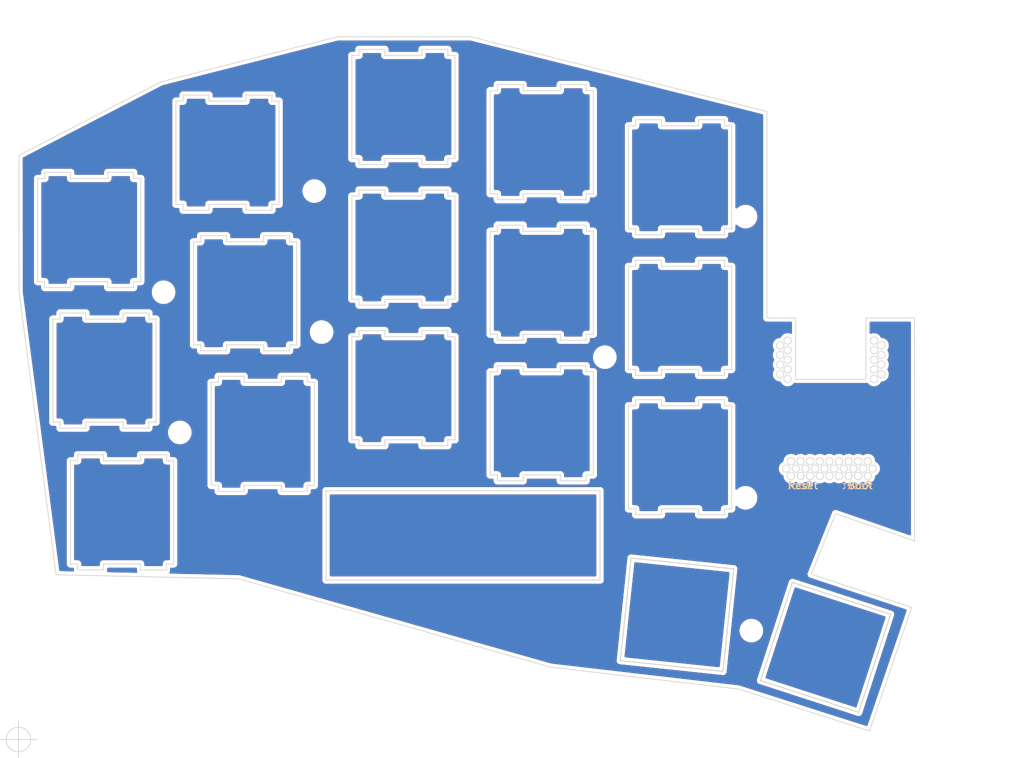
<source format=kicad_pcb>
(kicad_pcb (version 20211014) (generator pcbnew)
  (layers (0 "F.Cu" signal) (31 "B.Cu" signal) (34 "B.Paste" user) (35 "F.Paste" user) (36 "B.SilkS" user "B.Silkscreen") (37 "F.SilkS" user "F.Silkscreen") (38 "B.Mask" user) (39 "F.Mask" user) (44 "Edge.Cuts" user))
  (net 0 "")
  (footprint "MountingHole:MountingHole_2.2mm_M2" (layer "F.Cu") (at 189.2 117.25)
    (fp_text reference "REF**" hide)
    (fp_text value "MountingHole_2.2mm_M2")
    (pad "" np_thru_hole circle (at 0 0) (size 2.2 2.2) (drill 2.2) (layers *.Cu *.Mask))
  )
  (footprint "MountingHole:MountingHole_2.2mm_M2" (layer "F.Cu") (at 189.2 79.15)
    (fp_text reference "REF**" hide)
    (fp_text value "MountingHole_2.2mm_M2")
    (pad "" np_thru_hole circle (at 0 0) (size 2.2 2.2) (drill 2.2) (layers *.Cu *.Mask))
  )
  (footprint "MountingHole:MountingHole_2.2mm_M2" (layer "F.Cu") (at 112.6 108.4)
    (fp_text reference "REF**" hide)
    (fp_text value "MountingHole_2.2mm_M2")
    (pad "" np_thru_hole circle (at 0 0) (size 2.2 2.2) (drill 2.2) (layers *.Cu *.Mask))
  )
  (footprint "MountingHole:MountingHole_2.2mm_M2" (layer "F.Cu") (at 130.81 75.692)
    (fp_text reference "REF**" hide)
    (fp_text value "MountingHole_2.2mm_M2")
    (pad "" np_thru_hole circle (at 0 0) (size 2.2 2.2) (drill 2.2) (layers *.Cu *.Mask))
  )
  (footprint "MountingHole:MountingHole_2.2mm_M2" (layer "F.Cu") (at 110.4 89.4)
    (fp_text reference "REF**" hide)
    (fp_text value "MountingHole_2.2mm_M2")
    (pad "" np_thru_hole circle (at 0 0) (size 2.2 2.2) (drill 2.2) (layers *.Cu *.Mask))
  )
  (footprint "MountingHole:MountingHole_2.2mm_M2" (layer "F.Cu") (at 170.15 98.2)
    (fp_text reference "REF**" hide)
    (fp_text value "MountingHole_2.2mm_M2")
    (pad "" np_thru_hole circle (at 0 0) (size 2.2 2.2) (drill 2.2) (layers *.Cu *.Mask))
  )
  (footprint "MountingHole:MountingHole_2.2mm_M2" (layer "F.Cu") (at 189.992 135.25)
    (fp_text reference "REF**" hide)
    (fp_text value "MountingHole_2.2mm_M2")
    (pad "" np_thru_hole circle (at 0 0) (size 2.2 2.2) (drill 2.2) (layers *.Cu *.Mask))
  )
  (footprint "MountingHole:MountingHole_2.2mm_M2" (layer "F.Cu") (at 131.8 94.8)
    (fp_text reference "REF**" hide)
    (fp_text value "MountingHole_2.2mm_M2")
    (pad "" np_thru_hole circle (at 0 0) (size 2.2 2.2) (drill 2.2) (layers *.Cu *.Mask))
  )
  (gr_line (start 136.859343 75.545777) (end 136.859343 76.368983) (layer "Edge.Cuts") (width 0.1))
  (gr_line (start 164.121043 114.954223) (end 167.621088 114.954223) (layer "Edge.Cuts") (width 0.1))
  (gr_line (start 145.388543 90.339189) (end 145.388543 90.339189) (layer "Edge.Cuts") (width 0.1))
  (gr_line (start 149.860102 57.318983) (end 148.888585 57.318983) (layer "Edge.Cuts") (width 0.1))
  (gr_line (start 167.621088 114.954223) (end 167.621088 114.151689) (layer "Edge.Cuts") (width 0.1))
  (gr_circle (center 206.6 101.15) (end 206.1 101.15) (layer "Edge.Cuts") (width 0.1) (fill none))
  (gr_line (start 136.859343 56.495777) (end 136.859343 57.318983) (layer "Edge.Cuts") (width 0.1))
  (gr_line (start 99.878139 93.037733) (end 99.878139 93.037733) (layer "Edge.Cuts") (width 0.1))
  (gr_line (start 186.353588 81.616723) (end 186.353588 80.814189) (layer "Edge.Cuts") (width 0.1))
  (gr_line (start 94.314347 87.957939) (end 94.314347 87.957939) (layer "Edge.Cuts") (width 0.1))
  (gr_line (start 97.789895 112.246483) (end 97.789895 112.246483) (layer "Edge.Cuts") (width 0.1))
  (gr_line (start 140.359393 91.141723) (end 140.359393 91.141723) (layer "Edge.Cuts") (width 0.1))
  (gr_line (start 145.388539 57.318983) (end 140.359389 57.318983) (layer "Edge.Cuts") (width 0.1))
  (gr_line (start 182.853543 81.616723) (end 182.853543 81.616723) (layer "Edge.Cuts") (width 0.1))
  (gr_line (start 116.546889 62.687027) (end 116.546889 62.687027) (layer "Edge.Cuts") (width 0.1))
  (gr_line (start 148.888588 109.389189) (end 148.888588 109.389189) (layer "Edge.Cuts") (width 0.1))
  (gr_circle (center 206.4 113.3) (end 206.9 113.3) (layer "Edge.Cuts") (width 0.1) (fill none))
  (gr_line (start 98.759347 126.216689) (end 98.759347 127.019223) (layer "Edge.Cuts") (width 0.1))
  (gr_line (start 167.621085 80.308277) (end 167.621085 80.308277) (layer "Edge.Cuts") (width 0.1))
  (gr_line (start 155.591843 99.358277) (end 155.591843 99.358277) (layer "Edge.Cuts") (width 0.1))
  (gr_line (start 164.121043 76.854223) (end 164.121043 76.854223) (layer "Edge.Cuts") (width 0.1))
  (gr_line (start 140.359393 110.191723) (end 140.359393 110.191723) (layer "Edge.Cuts") (width 0.1))
  (gr_line (start 136.859347 110.191723) (end 140.359393 110.191723) (layer "Edge.Cuts") (width 0.1))
  (gr_line (start 93.344895 87.957939) (end 94.314347 87.957939) (layer "Edge.Cuts") (width 0.1))
  (gr_line (start 186.353588 118.755439) (end 186.353588 118.755439) (layer "Edge.Cuts") (width 0.1))
  (gr_line (start 128.428852 82.560233) (end 127.457335 82.560233) (layer "Edge.Cuts") (width 0.1))
  (gr_line (start 168.592606 76.051689) (end 168.592606 76.051689) (layer "Edge.Cuts") (width 0.1))
  (gr_line (start 187.325106 80.814189) (end 187.325106 80.814189) (layer "Edge.Cuts") (width 0.1))
  (gr_line (start 173.354895 80.814189) (end 174.324347 80.814189) (layer "Edge.Cuts") (width 0.1))
  (gr_line (start 159.091893 114.151689) (end 164.121043 114.151689) (layer "Edge.Cuts") (width 0.1))
  (gr_line (start 159.091893 76.854223) (end 159.091893 76.854223) (layer "Edge.Cuts") (width 0.1))
  (gr_line (start 155.591843 62.081483) (end 154.622395 62.081483) (layer "Edge.Cuts") (width 0.1))
  (gr_line (start 159.091893 114.151689) (end 159.091893 114.151689) (layer "Edge.Cuts") (width 0.1))
  (gr_line (start 167.621085 81.131483) (end 167.621085 81.131483) (layer "Edge.Cuts") (width 0.1))
  (gr_line (start 97.814389 73.987733) (end 97.814389 73.987733) (layer "Edge.Cuts") (width 0.1))
  (gr_line (start 164.121039 62.081483) (end 159.091889 62.081483) (layer "Edge.Cuts") (width 0.1))
  (gr_line (start 95.408645 93.037733) (end 95.408645 107.007939) (layer "Edge.Cuts") (width 0.1))
  (gr_line (start 117.809347 116.382973) (end 121.309393 116.382973) (layer "Edge.Cuts") (width 0.1))
  (gr_line (start 148.888585 94.595777) (end 148.888585 94.595777) (layer "Edge.Cuts") (width 0.1))
  (gr_line (start 164.121039 99.358277) (end 164.121039 100.181483) (layer "Edge.Cuts") (width 0.1))
  (gr_line (start 96.378097 107.007939) (end 96.378097 107.007939) (layer "Edge.Cuts") (width 0.1))
  (gr_line (start 127.457338 96.530439) (end 127.457338 96.530439) (layer "Edge.Cuts") (width 0.1))
  (gr_line (start 148.888585 57.318983) (end 148.888585 56.495777) (layer "Edge.Cuts") (width 0.1))
  (gr_line (start 159.091893 95.101689) (end 159.091893 95.101689) (layer "Edge.Cuts") (width 0.1))
  (gr_line (start 126.047606 77.480439) (end 126.047606 77.480439) (layer "Edge.Cuts") (width 0.1))
  (gr_line (start 182.853543 99.864189) (end 182.853543 99.864189) (layer "Edge.Cuts") (width 0.1))
  (gr_line (start 148.888585 95.418983) (end 148.888585 94.595777) (layer "Edge.Cuts") (width 0.1))
  (gr_line (start 99.878139 92.214527) (end 99.878139 92.214527) (layer "Edge.Cuts") (width 0.1))
  (gr_line (start 182.853539 66.843983) (end 177.824389 66.843983) (layer "Edge.Cuts") (width 0.1))
  (gr_line (start 102.259393 126.216689) (end 107.288543 126.216689) (layer "Edge.Cuts") (width 0.1))
  (gr_line (start 106.343585 73.164527) (end 106.343585 73.164527) (layer "Edge.Cuts") (width 0.1))
  (gr_line (start 182.853543 100.666723) (end 182.853543 100.666723) (layer "Edge.Cuts") (width 0.1))
  (gr_circle (center 207.6 96.6) (end 207.1 96.6) (layer "Edge.Cuts") (width 0.1) (fill none))
  (gr_line (start 177.824393 81.616723) (end 177.824393 80.814189) (layer "Edge.Cuts") (width 0.1))
  (gr_line (start 168.592602 100.181483) (end 167.621085 100.181483) (layer "Edge.Cuts") (width 0.1))
  (gr_line (start 116.546889 63.510233) (end 116.546889 63.510233) (layer "Edge.Cuts") (width 0.1))
  (gr_line (start 94.314343 73.164527) (end 94.314343 73.164527) (layer "Edge.Cuts") (width 0.1))
  (gr_line (start 108.407338 107.007939) (end 108.407338 107.007939) (layer "Edge.Cuts") (width 0.1))
  (gr_line (start 136.859347 71.289189) (end 136.859347 71.289189) (layer "Edge.Cuts") (width 0.1))
  (gr_line (start 148.888585 57.318983) (end 148.888585 57.318983) (layer "Edge.Cuts") (width 0.1))
  (gr_line (start 149.860106 71.289189) (end 149.860102 57.318983) (layer "Edge.Cuts") (width 0.1))
  (gr_line (start 174.324347 119.557973) (end 174.324347 119.557973) (layer "Edge.Cuts") (width 0.1))
  (gr_line (start 186.353585 103.962027) (end 182.853539 103.962027) (layer "Edge.Cuts") (width 0.1))
  (gr_circle (center 194.9 99.85) (end 195.4 99.85) (layer "Edge.Cuts") (width 0.1) (fill none))
  (gr_line (start 104.907289 93.037733) (end 104.907289 93.037733) (layer "Edge.Cuts") (width 0.1))
  (gr_line (start 121.576039 62.687027) (end 121.576039 62.687027) (layer "Edge.Cuts") (width 0.1))
  (gr_line (start 155.591847 76.854223) (end 155.591847 76.854223) (layer "Edge.Cuts") (width 0.1))
  (gr_line (start 186.353585 104.785233) (end 186.353585 103.962027) (layer "Edge.Cuts") (width 0.1))
  (gr_line (start 186.353585 85.070777) (end 182.853539 85.070777) (layer "Edge.Cuts") (width 0.1))
  (gr_line (start 108.407335 93.037733) (end 108.407335 93.037733) (layer "Edge.Cuts") (width 0.1))
  (gr_line (start 155.591847 114.151689) (end 155.591847 114.151689) (layer "Edge.Cuts") (width 0.1))
  (gr_line (start 97.814393 88.760473) (end 97.814393 88.760473) (layer "Edge.Cuts") (width 0.1))
  (gr_line (start 104.907289 92.214527) (end 104.907289 93.037733) (layer "Edge.Cuts") (width 0.1))
  (gr_line (start 102.843539 73.164527) (end 102.843539 73.164527) (layer "Edge.Cuts") (width 0.1))
  (gr_line (start 112.077395 63.510233) (end 112.077395 77.480439) (layer "Edge.Cuts") (width 0.1))
  (gr_line (start 97.789895 112.246483) (end 97.789895 126.216689) (layer "Edge.Cuts") (width 0.1))
  (gr_line (start 186.353588 80.814189) (end 186.353588 80.814189) (layer "Edge.Cuts") (width 0.1))
  (gr_line (start 186.353588 119.557973) (end 186.353588 119.557973) (layer "Edge.Cuts") (width 0.1))
  (gr_line (start 113.046843 63.510233) (end 112.077395 63.510233) (layer "Edge.Cuts") (width 0.1))
  (gr_line (start 145.388539 94.595777) (end 145.388539 95.418983) (layer "Edge.Cuts") (width 0.1))
  (gr_line (start 173.354895 99.864189) (end 174.324347 99.864189) (layer "Edge.Cuts") (width 0.1))
  (gr_line (start 167.621085 81.131483) (end 167.621085 80.308277) (layer "Edge.Cuts") (width 0.1))
  (gr_line (start 145.388539 57.318983) (end 145.388539 57.318983) (layer "Edge.Cuts") (width 0.1))
  (gr_line (start 125.076085 62.687027) (end 125.076085 62.687027) (layer "Edge.Cuts") (width 0.1))
  (gr_line (start 174.324343 66.843983) (end 174.324343 66.843983) (layer "Edge.Cuts") (width 0.1))
  (gr_line (start 99.878143 107.007939) (end 99.878143 107.007939) (layer "Edge.Cuts") (width 0.1))
  (gr_line (start 132.4 128.4) (end 169.5 128.4) (layer "Edge.Cuts") (width 0.1))
  (gr_line (start 136.859343 76.368983) (end 135.889895 76.368983) (layer "Edge.Cuts") (width 0.1))
  (gr_line (start 167.621085 99.358277) (end 167.621085 99.358277) (layer "Edge.Cuts") (width 0.1))
  (gr_line (start 135.889895 109.389189) (end 135.889895 109.389189) (layer "Edge.Cuts") (width 0.1))
  (gr_line (start 136.859347 91.141723) (end 140.359393 91.141723) (layer "Edge.Cuts") (width 0.1))
  (gr_line (start 177.824393 99.864189) (end 182.853543 99.864189) (layer "Edge.Cuts") (width 0.1))
  (gr_line (start 110.788585 111.423277) (end 107.288539 111.423277) (layer "Edge.Cuts") (width 0.1))
  (gr_line (start 154.622395 95.101689) (end 154.622395 95.101689) (layer "Edge.Cuts") (width 0.1))
  (gr_line (start 93.344895 73.987733) (end 93.344895 73.987733) (layer "Edge.Cuts") (width 0.1))
  (gr_line (start 140.359393 72.091723) (end 140.359393 71.289189) (layer "Edge.Cuts") (width 0.1))
  (gr_line (start 168.592606 95.101689) (end 168.592602 81.131483) (layer "Edge.Cuts") (width 0.1))
  (gr_line (start 118.928139 82.560233) (end 118.928139 81.737027) (layer "Edge.Cuts") (width 0.1))
  (gr_line (start 164.121039 61.258277) (end 164.121039 61.258277) (layer "Edge.Cuts") (width 0.1))
  (gr_line (start 168.592602 81.131483) (end 167.621085 81.131483) (layer "Edge.Cuts") (width 0.1))
  (gr_line (start 164.121039 100.181483) (end 159.091889 100.181483) (layer "Edge.Cuts") (width 0.1))
  (gr_line (start 159.091889 61.258277) (end 159.091889 61.258277) (layer "Edge.Cuts") (width 0.1))
  (gr_line (start 102.843543 87.957939) (end 102.843543 88.760473) (layer "Edge.Cuts") (width 0.1))
  (gr_line (start 148.888588 71.289189) (end 148.888588 71.289189) (layer "Edge.Cuts") (width 0.1))
  (gr_line (start 140.359389 56.495777) (end 136.859343 56.495777) (layer "Edge.Cuts") (width 0.1))
  (gr_line (start 177.824393 100.666723) (end 177.824393 99.864189) (layer "Edge.Cuts") (width 0.1))
  (gr_line (start 140.359389 56.495777) (end 140.359389 56.495777) (layer "Edge.Cuts") (width 0.1))
  (gr_line (start 107.288543 127.019223) (end 110.788588 127.019223) (layer "Edge.Cuts") (width 0.1))
  (gr_line (start 145.388543 90.339189) (end 145.388543 91.141723) (layer "Edge.Cuts") (width 0.1))
  (gr_line (start 154.622395 62.081483) (end 154.622395 76.051689) (layer "Edge.Cuts") (width 0.1))
  (gr_line (start 182.853543 118.755439) (end 182.853543 118.755439) (layer "Edge.Cuts") (width 0.1))
  (gr_line (start 102.259393 127.019223) (end 102.259393 127.019223) (layer "Edge.Cuts") (width 0.1))
  (gr_line (start 164.121043 114.151689) (end 164.121043 114.151689) (layer "Edge.Cuts") (width 0.1))
  (gr_line (start 97.789895 126.216689) (end 98.759347 126.216689) (layer "Edge.Cuts") (width 0.1))
  (gr_circle (center 198.6 113.3) (end 199.1 113.3) (layer "Edge.Cuts") (width 0.1) (fill none))
  (gr_line (start 140.359393 71.289189) (end 140.359393 71.289189) (layer "Edge.Cuts") (width 0.1))
  (gr_line (start 186.353585 85.893983) (end 186.353585 85.893983) (layer "Edge.Cuts") (width 0.1))
  (gr_line (start 148.888588 91.141723) (end 148.888588 91.141723) (layer "Edge.Cuts") (width 0.1))
  (gr_line (start 177.824389 85.070777) (end 177.824389 85.070777) (layer "Edge.Cuts") (width 0.1))
  (gr_circle (center 196.65 112.3) (end 197.15 112.3) (layer "Edge.Cuts") (width 0.1) (fill none))
  (gr_line (start 164.121039 61.258277) (end 164.121039 62.081483) (layer "Edge.Cuts") (width 0.1))
  (gr_line (start 155.591843 99.358277) (end 155.591843 100.181483) (layer "Edge.Cuts") (width 0.1))
  (gr_line (start 167.621088 114.954223) (end 167.621088 114.954223) (layer "Edge.Cuts") (width 0.1))
  (gr_line (start 186.353588 100.666723) (end 186.353588 99.864189) (layer "Edge.Cuts") (width 0.1))
  (gr_line (start 140.359393 109.389189) (end 145.388543 109.389189) (layer "Edge.Cuts") (width 0.1))
  (gr_line (start 129.838585 101.610233) (end 129.838585 101.610233) (layer "Edge.Cuts") (width 0.1))
  (gr_line (start 140.359389 94.595777) (end 136.859343 94.595777) (layer "Edge.Cuts") (width 0.1))
  (gr_line (start 186.353585 66.020777) (end 182.853539 66.020777) (layer "Edge.Cuts") (width 0.1))
  (gr_line (start 149.860102 95.418983) (end 148.888585 95.418983) (layer "Edge.Cuts") (width 0.1))
  (gr_line (start 155.591847 114.954223) (end 155.591847 114.954223) (layer "Edge.Cuts") (width 0.1))
  (gr_line (start 140.359393 109.389189) (end 140.359393 109.389189) (layer "Edge.Cuts") (width 0.1))
  (gr_line (start 145.388543 71.289189) (end 145.388543 72.091723) (layer "Edge.Cuts") (width 0.1))
  (gr_line (start 154.622395 76.051689) (end 154.622395 76.051689) (layer "Edge.Cuts") (width 0.1))
  (gr_line (start 177.824389 66.020777) (end 174.324343 66.020777) (layer "Edge.Cuts") (width 0.1))
  (gr_line (start 145.388539 94.595777) (end 145.388539 94.595777) (layer "Edge.Cuts") (width 0.1))
  (gr_line (start 130.810102 101.610233) (end 129.838585 101.610233) (layer "Edge.Cuts") (width 0.1))
  (gr_line (start 167.621085 62.081483) (end 167.621085 62.081483) (layer "Edge.Cuts") (width 0.1))
  (gr_line (start 167.621088 95.101689) (end 168.592606 95.101689) (layer "Edge.Cuts") (width 0.1))
  (gr_circle (center 199.25 114.3) (end 199.75 114.3) (layer "Edge.Cuts") (width 0.1) (fill none))
  (gr_line (start 186.353585 85.893983) (end 186.353585 85.070777) (layer "Edge.Cuts") (width 0.1))
  (gr_line (start 97.814393 87.957939) (end 97.814393 87.957939) (layer "Edge.Cuts") (width 0.1))
  (gr_line (start 167.621088 95.904223) (end 167.621088 95.101689) (layer "Edge.Cuts") (width 0.1))
  (gr_line (start 107.288539 111.423277) (end 107.288539 112.246483) (layer "Edge.Cuts") (width 0.1))
  (gr_line (start 109.378852 93.037733) (end 108.407335 93.037733) (layer "Edge.Cuts") (width 0.1))
  (gr_line (start 174.324343 103.962027) (end 174.324343 103.962027) (layer "Edge.Cuts") (width 0.1))
  (gr_line (start 94.314343 73.987733) (end 94.314343 73.987733) (layer "Edge.Cuts") (width 0.1))
  (gr_line (start 164.121043 76.854223) (end 167.621088 76.854223) (layer "Edge.Cuts") (width 0.1))
  (gr_line (start 106.343588 88.760473) (end 106.343588 87.957939) (layer "Edge.Cuts") (width 0.1))
  (gr_line (start 145.388539 56.495777) (end 145.388539 57.318983) (layer "Edge.Cuts") (width 0.1))
  (gr_line (start 186.353588 99.864189) (end 187.325106 99.864189) (layer "Edge.Cuts") (width 0.1))
  (gr_line (start 115.428097 97.332973) (end 118.928143 97.332973) (layer "Edge.Cuts") (width 0.1))
  (gr_line (start 102.259389 111.423277) (end 98.759343 111.423277) (layer "Edge.Cuts") (width 0.1))
  (gr_line (start 182.853543 119.557973) (end 186.353588 119.557973) (layer "Edge.Cuts") (width 0.1))
  (gr_line (start 126.338539 101.610233) (end 121.309389 101.610233) (layer "Edge.Cuts") (width 0.1))
  (gr_circle (center 206.6 98.55) (end 206.1 98.55) (layer "Edge.Cuts") (width 0.1) (fill none))
  (gr_circle (center 205.75 112.3) (end 206.25 112.3) (layer "Edge.Cuts") (width 0.1) (fill none))
  (gr_line (start 148.888588 72.091723) (end 148.888588 71.289189) (layer "Edge.Cuts") (width 0.1))
  (gr_line (start 154.622395 81.131483) (end 154.622395 81.131483) (layer "Edge.Cuts") (width 0.1))
  (gr_line (start 99.878143 107.810473) (end 99.878143 107.007939) (layer "Edge.Cuts") (width 0.1))
  (gr_line (start 93.344895 87.957939) (end 93.344895 87.957939) (layer "Edge.Cuts") (width 0.1))
  (gr_line (start 135.889895 109.389189) (end 136.859347 109.389189) (layer "Edge.Cuts") (width 0.1))
  (gr_line (start 98.759343 112.246483) (end 98.759343 112.246483) (layer "Edge.Cuts") (width 0.1))
  (gr_line (start 182.853539 85.070777) (end 182.853539 85.070777) (layer "Edge.Cuts") (width 0.1))
  (gr_line (start 129.838585 101.610233) (end 129.838585 100.787027) (layer "Edge.Cuts") (width 0.1))
  (gr_line (start 117.809343 100.787027) (end 117.809343 100.787027) (layer "Edge.Cuts") (width 0.1))
  (gr_line (start 174.324347 80.814189) (end 174.324347 80.814189) (layer "Edge.Cuts") (width 0.1))
  (gr_line (start 118.928143 96.530439) (end 123.957293 96.530439) (layer "Edge.Cuts") (width 0.1))
  (gr_line (start 104.907293 107.810473) (end 104.907293 107.810473) (layer "Edge.Cuts") (width 0.1))
  (gr_circle (center 193.9 97.9) (end 194.4 97.9) (layer "Edge.Cuts") (width 0.1) (fill none))
  (gr_line (start 107.288539 112.246483) (end 102.259389 112.246483) (layer "Edge.Cuts") (width 0.1))
  (gr_line (start 129.838585 100.787027) (end 129.838585 100.787027) (layer "Edge.Cuts") (width 0.1))
  (gr_line (start 191.237451 142.007175) (end 195.553675 128.723203) (layer "Edge.Cuts") (width 0.132406))
  (gr_line (start 110.788585 112.246483) (end 110.788585 112.246483) (layer "Edge.Cuts") (width 0.1))
  (gr_circle (center 193.9 96.6) (end 194.4 96.6) (layer "Edge.Cuts") (width 0.1) (fill none))
  (gr_line (start 121.576043 78.282973) (end 125.076088 78.282973) (layer "Edge.Cuts") (width 0.1))
  (gr_line (start 112.077395 77.480439) (end 112.077395 77.480439) (layer "Edge.Cuts") (width 0.1))
  (gr_line (start 145.388539 75.545777) (end 145.388539 76.368983) (layer "Edge.Cuts") (width 0.1))
  (gr_line (start 177.824393 119.557973) (end 177.824393 118.755439) (layer "Edge.Cuts") (width 0.1))
  (gr_line (start 159.091889 80.308277) (end 159.091889 80.308277) (layer "Edge.Cuts") (width 0.1))
  (gr_line (start 108.407335 92.214527) (end 108.407335 92.214527) (layer "Edge.Cuts") (width 0.1))
  (gr_line (start 168.592606 114.151689) (end 168.592602 100.181483) (layer "Edge.Cuts") (width 0.1))
  (gr_line (start 182.853543 80.814189) (end 182.853543 81.616723) (layer "Edge.Cuts") (width 0.1))
  (gr_line (start 173.354895 104.785233) (end 173.354895 104.785233) (layer "Edge.Cuts") (width 0.1))
  (gr_line (start 182.853539 103.962027) (end 182.853539 103.962027) (layer "Edge.Cuts") (width 0.1))
  (gr_line (start 167.621085 100.181483) (end 167.621085 100.181483) (layer "Edge.Cuts") (width 0.1))
  (gr_line (start 121.576039 63.510233) (end 116.546889 63.510233) (layer "Edge.Cuts") (width 0.1))
  (gr_line (start 130.810106 115.580439) (end 130.810102 101.610233) (layer "Edge.Cuts") (width 0.1))
  (gr_line (start 126.338543 115.580439) (end 126.338543 115.580439) (layer "Edge.Cuts") (width 0.1))
  (gr_line (start 107.288543 126.216689) (end 107.288543 126.216689) (layer "Edge.Cuts") (width 0.1))
  (gr_line (start 136.859347 90.339189) (end 136.859347 91.141723) (layer "Edge.Cuts") (width 0.1))
  (gr_line (start 186.140665 140.772127) (end 172.249587 139.312115) (layer "Edge.Cuts") (width 0.132406))
  (gr_line (start 177.824393 100.666723) (end 177.824393 100.666723) (layer "Edge.Cuts") (width 0.1))
  (gr_line (start 95.408645 93.037733) (end 95.408645 93.037733) (layer "Edge.Cuts") (width 0.1))
  (gr_line (start 182.853539 85.070777) (end 182.853539 85.893983) (layer "Edge.Cuts") (width 0.1))
  (gr_line (start 118.928143 97.332973) (end 118.928143 96.530439) (layer "Edge.Cuts") (width 0.1))
  (gr_line (start 186.353585 85.070777) (end 186.353585 85.070777) (layer "Edge.Cuts") (width 0.1))
  (gr_line (start 182.853539 103.962027) (end 182.853539 104.785233) (layer "Edge.Cuts") (width 0.1))
  (gr_line (start 121.309393 116.382973) (end 121.309393 116.382973) (layer "Edge.Cuts") (width 0.1))
  (gr_line (start 155.591843 80.308277) (end 155.591843 81.131483) (layer "Edge.Cuts") (width 0.1))
  (gr_line (start 164.121043 95.904223) (end 164.121043 95.904223) (layer "Edge.Cuts") (width 0.1))
  (gr_line (start 182.853543 100.666723) (end 186.353588 100.666723) (layer "Edge.Cuts") (width 0.1))
  (gr_line (start 116.546893 78.282973) (end 116.546893 78.282973) (layer "Edge.Cuts") (width 0.1))
  (gr_line (start 177.824389 104.785233) (end 177.824389 104.785233) (layer "Edge.Cuts") (width 0.1))
  (gr_line (start 135.889895 90.339189) (end 135.889895 90.339189) (layer "Edge.Cuts") (width 0.1))
  (gr_circle (center 203.15 112.3) (end 203.65 112.3) (layer "Edge.Cuts") (width 0.1) (fill none))
  (gr_line (start 123.957293 96.530439) (end 123.957293 97.332973) (layer "Edge.Cuts") (width 0.1))
  (gr_line (start 145.388539 95.418983) (end 145.388539 95.418983) (layer "Edge.Cuts") (width 0.1))
  (gr_line (start 140.359393 72.091723) (end 140.359393 72.091723) (layer "Edge.Cuts") (width 0.1))
  (gr_line (start 186.353585 66.843983) (end 186.353585 66.020777) (layer "Edge.Cuts") (width 0.1))
  (gr_line (start 113.046847 77.480439) (end 113.046847 77.480439) (layer "Edge.Cuts") (width 0.1))
  (gr_line (start 155.591843 61.258277) (end 155.591843 62.081483) (layer "Edge.Cuts") (width 0.1))
  (gr_line (start 169.5 116.3) (end 132.4 116.3) (layer "Edge.Cuts") (width 0.1))
  (gr_line (start 94.314347 88.760473) (end 94.314347 88.760473) (layer "Edge.Cuts") (width 0.1))
  (gr_line (start 169.5 128.4) (end 169.5 116.3) (layer "Edge.Cuts") (width 0.1))
  (gr_line (start 129.838588 115.580439) (end 130.810106 115.580439) (layer "Edge.Cuts") (width 0.1))
  (gr_line (start 167.621085 62.081483) (end 167.621085 61.258277) (layer "Edge.Cuts") (width 0.1))
  (gr_line (start 104.907293 107.007939) (end 104.907293 107.007939) (layer "Edge.Cuts") (width 0.1))
  (gr_circle (center 193.9 100.5) (end 194.4 100.5) (layer "Edge.Cuts") (width 0.1) (fill none))
  (gr_line (start 167.621088 114.151689) (end 167.621088 114.151689) (layer "Edge.Cuts") (width 0.1))
  (gr_line (start 135.889895 71.289189) (end 135.889895 71.289189) (layer "Edge.Cuts") (width 0.1))
  (gr_line (start 125.076088 78.282973) (end 125.076088 78.282973) (layer "Edge.Cuts") (width 0.1))
  (gr_line (start 159.091893 76.051689) (end 159.091893 76.051689) (layer "Edge.Cuts") (width 0.1))
  (gr_line (start 115.428093 82.560233) (end 115.428093 82.560233) (layer "Edge.Cuts") (width 0.1))
  (gr_line (start 102.259389 112.246483) (end 102.259389 111.423277) (layer "Edge.Cuts") (width 0.1))
  (gr_line (start 177.824389 66.843983) (end 177.824389 66.020777) (layer "Edge.Cuts") (width 0.1))
  (gr_circle (center 205.1 113.3) (end 205.6 113.3) (layer "Edge.Cuts") (width 0.1) (fill none))
  (gr_line (start 174.324343 66.843983) (end 173.354895 66.843983) (layer "Edge.Cuts") (width 0.1))
  (gr_line (start 132.4 116.3) (end 132.4 128.3) (layer "Edge.Cuts") (width 0.1))
  (gr_line (start 108.407335 93.037733) (end 108.407335 92.214527) (layer "Edge.Cuts") (width 0.1))
  (gr_line (start 159.091889 99.358277) (end 159.091889 99.358277) (layer "Edge.Cuts") (width 0.1))
  (gr_line (start 140.359393 90.339189) (end 140.359393 90.339189) (layer "Edge.Cuts") (width 0.1))
  (gr_line (start 102.259393 127.019223) (end 102.259393 126.216689) (layer "Edge.Cuts") (width 0.1))
  (gr_line (start 96.378097 107.007939) (end 96.378097 107.810473) (layer "Edge.Cuts") (width 0.1))
  (gr_line (start 109.378856 107.007939) (end 109.378852 93.037733) (layer "Edge.Cuts") (width 0.1))
  (gr_line (start 95.408645 107.007939) (end 96.378097 107.007939) (layer "Edge.Cuts") (width 0.1))
  (gr_line (start 102.843539 73.987733) (end 102.843539 73.987733) (layer "Edge.Cuts") (width 0.1))
  (gr_line (start 129.838588 116.382973) (end 129.838588 116.382973) (layer "Edge.Cuts") (width 0.1))
  (gr_line (start 121.309389 100.787027) (end 117.809343 100.787027) (layer "Edge.Cuts") (width 0.1))
  (gr_line (start 177.824393 81.616723) (end 177.824393 81.616723) (layer "Edge.Cuts") (width 0.1))
  (gr_line (start 136.859347 71.289189) (end 136.859347 72.091723) (layer "Edge.Cuts") (width 0.1))
  (gr_line (start 155.591843 80.308277) (end 155.591843 80.308277) (layer "Edge.Cuts") (width 0.1))
  (gr_line (start 108.407335 92.214527) (end 104.907289 92.214527) (layer "Edge.Cuts") (width 0.1))
  (gr_line (start 208.837647 133.039427) (end 208.837647 133.039427) (layer "Edge.Cuts") (width 0.132406))
  (gr_line (start 154.622395 62.081483) (end 154.622395 62.081483) (layer "Edge.Cuts") (width 0.1))
  (gr_line (start 125.076085 62.687027) (end 121.576039 62.687027) (layer "Edge.Cuts") (width 0.1))
  (gr_line (start 130.810106 115.580439) (end 130.810106 115.580439) (layer "Edge.Cuts") (width 0.1))
  (gr_line (start 182.853539 66.020777) (end 182.853539 66.020777) (layer "Edge.Cuts") (width 0.1))
  (gr_line (start 140.359389 95.418983) (end 140.359389 94.595777) (layer "Edge.Cuts") (width 0.1))
  (gr_line (start 117.809343 101.610233) (end 117.809343 101.610233) (layer "Edge.Cuts") (width 0.1))
  (gr_line (start 107.288543 127.019223) (end 107.288543 127.019223) (layer "Edge.Cuts") (width 0.1))
  (gr_line (start 167.621088 95.904223) (end 167.621088 95.904223) (layer "Edge.Cuts") (width 0.1))
  (gr_line (start 108.407338 107.007939) (end 109.378856 107.007939) (layer "Edge.Cuts") (width 0.1))
  (gr_line (start 168.592606 76.051689) (end 168.592602 62.081483) (layer "Edge.Cuts") (width 0.1))
  (gr_line (start 173.354895 104.785233) (end 173.354895 118.755439) (layer "Edge.Cuts") (width 0.1))
  (gr_circle (center 199.25 112.3) (end 199.75 112.3) (layer "Edge.Cuts") (width 0.1) (fill none))
  (gr_line (start 145.388543 91.141723) (end 145.388543 91.141723) (layer "Edge.Cuts") (width 0.1))
  (gr_line (start 167.621088 76.051689) (end 167.621088 76.051689) (layer "Edge.Cuts") (width 0.1))
  (gr_line (start 145.388543 72.091723) (end 148.888588 72.091723) (layer "Edge.Cuts") (width 0.1))
  (gr_line (start 182.853539 104.785233) (end 177.824389 104.785233) (layer "Edge.Cuts") (width 0.1))
  (gr_line (start 123.957293 97.332973) (end 127.457338 97.332973) (layer "Edge.Cuts") (width 0.1))
  (gr_line (start 149.860106 109.389189) (end 149.860106 109.389189) (layer "Edge.Cuts") (width 0.1))
  (gr_line (start 174.324343 66.020777) (end 174.324343 66.020777) (layer "Edge.Cuts") (width 0.1))
  (gr_line (start 135.889895 76.368983) (end 135.889895 90.339189) (layer "Edge.Cuts") (width 0.1))
  (gr_line (start 186.353585 66.843983) (end 186.353585 66.843983) (layer "Edge.Cuts") (width 0.1))
  (gr_line (start 136.859343 57.318983) (end 136.859343 57.318983) (layer "Edge.Cuts") (width 0.1))
  (gr_line (start 126.338539 101.610233) (end 126.338539 101.610233) (layer "Edge.Cuts") (width 0.1))
  (gr_line (start 148.888585 94.595777) (end 145.388539 94.595777) (layer "Edge.Cuts") (width 0.1))
  (gr_line (start 159.091893 95.904223) (end 159.091893 95.904223) (layer "Edge.Cuts") (width 0.1))
  (gr_circle (center 202.5 113.3) (end 203 113.3) (layer "Edge.Cuts") (width 0.1) (fill none))
  (gr_line (start 159.091889 100.181483) (end 159.091889 100.181483) (layer "Edge.Cuts") (width 0.1))
  (gr_line (start 117.809347 115.580439) (end 117.809347 115.580439) (layer "Edge.Cuts") (width 0.1))
  (gr_line (start 187.600677 126.881049) (end 186.140665 140.772127) (layer "Edge.Cuts") (width 0.132406))
  (gr_line (start 164.121043 95.904223) (end 167.621088 95.904223) (layer "Edge.Cuts") (width 0.1))
  (gr_line (start 148.888585 75.545777) (end 148.888585 75.545777) (layer "Edge.Cuts") (width 0.1))
  (gr_line (start 111.760106 126.216689) (end 111.760102 112.246483) (layer "Edge.Cuts") (width 0.1))
  (gr_line (start 127.457338 97.332973) (end 127.457338 97.332973) (layer "Edge.Cuts") (width 0.1))
  (gr_line (start 140.359389 75.545777) (end 140.359389 75.545777) (layer "Edge.Cuts") (width 0.1))
  (gr_line (start 148.888588 90.339189) (end 148.888588 90.339189) (layer "Edge.Cuts") (width 0.1))
  (gr_line (start 173.354895 85.893983) (end 173.354895 99.864189) (layer "Edge.Cuts") (width 0.1))
  (gr_line (start 159.091893 95.101689) (end 164.121043 95.101689) (layer "Edge.Cuts") (width 0.1))
  (gr_line (start 136.859343 94.595777) (end 136.859343 94.595777) (layer "Edge.Cuts") (width 0.1))
  (gr_line (start 174.324347 100.666723) (end 177.824393 100.666723) (layer "Edge.Cuts") (width 0.1))
  (gr_line (start 121.576039 62.687027) (end 121.576039 63.510233) (layer "Edge.Cuts") (width 0.1))
  (gr_line (start 126.338543 116.382973) (end 126.338543 116.382973) (layer "Edge.Cuts") (width 0.1))
  (gr_line (start 154.622395 95.101689) (end 155.591847 95.101689) (layer "Edge.Cuts") (width 0.1))
  (gr_line (start 154.622395 81.131483) (end 154.622395 95.101689) (layer "Edge.Cuts") (width 0.1))
  (gr_line (start 159.091889 100.181483) (end 159.091889 99.358277) (layer "Edge.Cuts") (width 0.1))
  (gr_line (start 186.353588 118.755439) (end 187.325106 118.755439) (layer "Edge.Cuts") (width 0.1))
  (gr_line (start 126.047606 77.480439) (end 126.047602 63.510233) (layer "Edge.Cuts") (width 0.1))
  (gr_line (start 187.325102 66.843983) (end 186.353585 66.843983) (layer "Edge.Cuts") (width 0.1))
  (gr_line (start 167.621088 95.101689) (end 167.621088 95.101689) (layer "Edge.Cuts") (width 0.1))
  (gr_line (start 145.388543 109.389189) (end 145.388543 109.389189) (layer "Edge.Cuts") (width 0.1))
  (gr_circle (center 193.9 99.2) (end 194.4 99.2) (layer "Edge.Cuts") (width 0.1) (fill none))
  (gr_circle (center 194.9 97.25) (end 195.4 97.25) (layer "Edge.Cuts") (width 0.1) (fill none))
  (gr_line (start 155.591847 95.904223) (end 155.591847 95.904223) (layer "Edge.Cuts") (width 0.1))
  (gr_line (start 154.622395 76.051689) (end 155.591847 76.051689) (layer "Edge.Cuts") (width 0.1))
  (gr_line (start 110.788588 127.019223) (end 110.788588 126.216689) (layer "Edge.Cuts") (width 0.1))
  (gr_line (start 174.324343 66.020777) (end 174.324343 66.843983) (layer "Edge.Cuts") (width 0.1))
  (gr_line (start 177.824389 103.962027) (end 174.324343 103.962027) (layer "Edge.Cuts") (width 0.1))
  (gr_line (start 174.324343 103.962027) (end 174.324343 104.785233) (layer "Edge.Cuts") (width 0.1))
  (gr_line (start 136.859347 90.339189) (end 136.859347 90.339189) (layer "Edge.Cuts") (width 0.1))
  (gr_line (start 174.324347 80.814189) (end 174.324347 81.616723) (layer "Edge.Cuts") (width 0.1))
  (gr_line (start 140.359389 76.368983) (end 140.359389 75.545777) (layer "Edge.Cuts") (width 0.1))
  (gr_line (start 182.853539 66.843983) (end 182.853539 66.843983) (layer "Edge.Cuts") (width 0.1))
  (gr_line (start 107.288539 112.246483) (end 107.288539 112.246483) (layer "Edge.Cuts") (width 0.1))
  (gr_line (start 127.457335 81.737027) (end 123.957289 81.737027) (layer "Edge.Cuts") (width 0.1))
  (gr_line (start 177.824393 118.755439) (end 182.853543 118.755439) (layer "Edge.Cuts") (width 0.1))
  (gr_line (start 182.853543 80.814189) (end 182.853543 80.814189) (layer "Edge.Cuts") (width 0.1))
  (gr_line (start 106.343588 87.957939) (end 106.343588 87.957939) (layer "Edge.Cuts") (width 0.1))
  (gr_line (start 126.338539 100.787027) (end 126.338539 100.787027) (layer "Edge.Cuts") (width 0.1))
  (gr_circle (center 197.95 112.3) (end 198.45 112.3) (layer "Edge.Cuts") (width 0.1) (fill none))
  (gr_line (start 115.428093 81.737027) (end 115.428093 81.737027) (layer "Edge.Cuts") (width 0.1))
  (gr_line (start 123.957289 82.560233) (end 123.957289 82.560233) (layer "Edge.Cuts") (width 0.1))
  (gr_line (start 145.388539 76.368983) (end 140.359389 76.368983) (layer "Edge.Cuts") (width 0.1))
  (gr_line (start 96.378097 107.810473) (end 96.378097 107.810473) (layer "Edge.Cuts") (width 0.1))
  (gr_line (start 125.076085 63.510233) (end 125.076085 62.687027) (layer "Edge.Cuts") (width 0.1))
  (gr_line (start 159.091889 99.358277) (end 155.591843 99.358277) (layer "Edge.Cuts") (width 0.1))
  (gr_line (start 135.889895 71.289189) (end 136.859347 71.289189) (layer "Edge.Cuts") (width 0.1))
  (gr_circle (center 197.3 113.3) (end 197.8 113.3) (layer "Edge.Cuts") (width 0.1) (fill none))
  (gr_line (start 102.843539 73.164527) (end 102.843539 73.987733) (layer "Edge.Cuts") (width 0.1))
  (gr_line (start 145.388539 76.368983) (end 145.388539 76.368983) (layer "Edge.Cuts") (width 0.1))
  (gr_line (start 121.309393 115.580439) (end 121.309393 115.580439) (layer "Edge.Cuts") (width 0.1))
  (gr_line (start 186.353585 66.020777) (end 186.353585 66.020777) (layer "Edge.Cuts") (width 0.1))
  (gr_line (start 140.359393 91.141723) (end 140.359393 90.339189) (layer "Edge.Cuts") (width 0.1))
  (gr_line (start 174.324347 81.616723) (end 174.324347 81.616723) (layer "Edge.Cuts") (width 0.1))
  (gr_line (start 177.824389 104.785233) (end 177.824389 103.962027) (layer "Edge.Cuts") (width 0.1))
  (gr_line (start 155.591847 76.051689) (end 155.591847 76.854223) (layer "Edge.Cuts") (width 0.1))
  (gr_line (start 106.343588 87.957939) (end 107.315106 87.957939) (layer "Edge.Cuts") (width 0.1))
  (gr_line (start 121.576039 63.510233) (end 121.576039 63.510233) (layer "Edge.Cuts") (width 0.1))
  (gr_line (start 148.888588 91.141723) (end 148.888588 90.339189) (layer "Edge.Cuts") (width 0.1))
  (gr_line (start 177.824389 66.020777) (end 177.824389 66.020777) (layer "Edge.Cuts") (width 0.1))
  (gr_line (start 116.546893 77.480439) (end 116.546893 77.480439) (layer "Edge.Cuts") (width 0.1))
  (gr_line (start 118.928143 97.332973) (end 118.928143 97.332973) (layer "Edge.Cuts") (width 0.1))
  (gr_line (start 129.838588 116.382973) (end 129.838588 115.580439) (layer "Edge.Cuts") (width 0.1))
  (gr_line (start 177.824393 80.814189) (end 182.853543 80.814189) (layer "Edge.Cuts") (width 0.1))
  (gr_line (start 148.888588 110.191723) (end 148.888588 110.191723) (layer "Edge.Cuts") (width 0.1))
  (gr_line (start 148.888585 76.368983) (end 148.888585 75.545777) (layer "Edge.Cuts") (width 0.1))
  (gr_line (start 145.388543 71.289189) (end 145.388543 71.289189) (layer "Edge.Cuts") (width 0.1))
  (gr_line (start 129.838585 100.787027) (end 126.338539 100.787027) (layer "Edge.Cuts") (width 0.1))
  (gr_line (start 118.928139 81.737027) (end 115.428093 81.737027) (layer "Edge.Cuts") (width 0.1))
  (gr_line (start 187.325102 85.893983) (end 186.353585 85.893983) (layer "Edge.Cuts") (width 0.1))
  (gr_line (start 135.889895 76.368983) (end 135.889895 76.368983) (layer "Edge.Cuts") (width 0.1))
  (gr_line (start 148.888585 76.368983) (end 148.888585 76.368983) (layer "Edge.Cuts") (width 0.1))
  (gr_line (start 164.121039 80.308277) (end 164.121039 80.308277) (layer "Edge.Cuts") (width 0.1))
  (gr_line (start 148.888585 56.495777) (end 148.888585 56.495777) (layer "Edge.Cuts") (width 0.1))
  (gr_line (start 125.076088 77.480439) (end 126.047606 77.480439) (layer "Edge.Cuts") (width 0.1))
  (gr_line (start 167.621085 61.258277) (end 167.621085 61.258277) (layer "Edge.Cuts") (width 0.1))
  (gr_line (start 108.407338 107.810473) (end 108.407338 107.007939) (layer "Edge.Cuts") (width 0.1))
  (gr_line (start 136.859343 75.545777) (end 136.859343 75.545777) (layer "Edge.Cuts") (width 0.1))
  (gr_line (start 168.592606 95.101689) (end 168.592606 95.101689) (layer "Edge.Cuts") (width 0.1))
  (gr_line (start 140.359389 94.595777) (end 140.359389 94.595777) (layer "Edge.Cuts") (width 0.1))
  (gr_line (start 112.077395 77.480439) (end 113.046847 77.480439) (layer "Edge.Cuts") (width 0.1))
  (gr_line (start 182.853539 66.020777) (end 182.853539 66.843983) (layer "Edge.Cuts") (width 0.1))
  (gr_line (start 167.621085 80.308277) (end 164.121039 80.308277) (layer "Edge.Cuts") (width 0.1))
  (gr_line (start 145.388539 75.545777) (end 145.388539 75.545777) (layer "Edge.Cuts") (width 0.1))
  (gr_line (start 140.359393 71.289189) (end 145.388543 71.289189) (layer "Edge.Cuts") (width 0.1))
  (gr_line (start 173.354895 99.864189) (end 173.354895 99.864189) (layer "Edge.Cuts") (width 0.1))
  (gr_line (start 98.759347 127.019223) (end 102.259393 127.019223) (layer "Edge.Cuts") (width 0.1))
  (gr_line (start 155.591847 76.051689) (end 155.591847 76.051689) (layer "Edge.Cuts") (width 0.1))
  (gr_line (start 164.121043 95.101689) (end 164.121043 95.101689) (layer "Edge.Cuts") (width 0.1))
  (gr_line (start 177.824389 103.962027) (end 177.824389 103.962027) (layer "Edge.Cuts") (width 0.1))
  (gr_line (start 159.091893 95.904223) (end 159.091893 95.101689) (layer "Edge.Cuts") (width 0.1))
  (gr_line (start 149.860106 90.339189) (end 149.860106 90.339189) (layer "Edge.Cuts") (width 0.1))
  (gr_line (start 140.359393 90.339189) (end 145.388543 90.339189) (layer "Edge.Cuts") (width 0.1))
  (gr_line (start 126.047602 63.510233) (end 125.076085 63.510233) (layer "Edge.Cuts") (width 0.1))
  (gr_line (start 177.824393 80.814189) (end 177.824393 80.814189) (layer "Edge.Cuts") (width 0.1))
  (gr_line (start 102.259389 112.246483) (end 102.259389 112.246483) (layer "Edge.Cuts") (width 0.1))
  (gr_line (start 174.324343 85.893983) (end 173.354895 85.893983) (layer "Edge.Cuts") (width 0.1))
  (gr_line (start 135.889895 95.418983) (end 135.889895 109.389189) (layer "Edge.Cuts") (width 0.1))
  (gr_line (start 136.859347 72.091723) (end 140.359393 72.091723) (layer "Edge.Cuts") (width 0.1))
  (gr_line (start 136.859347 110.191723) (end 136.859347 110.191723) (layer "Edge.Cuts") (width 0.1))
  (gr_line (start 173.354895 118.755439) (end 174.324347 118.755439) (layer "Edge.Cuts") (width 0.1))
  (gr_line (start 121.576043 77.480439) (end 121.576043 77.480439) (layer "Edge.Cuts") (width 0.1))
  (gr_line (start 121.576043 78.282973) (end 121.576043 78.282973) (layer "Edge.Cuts") (width 0.1))
  (gr_line (start 177.824389 85.893983) (end 177.824389 85.893983) (layer "Edge.Cuts") (width 0.1))
  (gr_line (start 174.324347 81.616723) (end 177.824393 81.616723) (layer "Edge.Cuts") (width 0.1))
  (gr_line (start 102.843543 88.760473) (end 106.343588 88.760473) (layer "Edge.Cuts") (width 0.1))
  (gr_line (start 121.309393 115.580439) (end 126.338543 115.580439) (layer "Edge.Cuts") (width 0.1))
  (gr_line (start 98.759347 126.216689) (end 98.759347 126.216689) (layer "Edge.Cuts") (width 0.1))
  (gr_line (start 149.860106 71.289189) (end 149.860106 71.289189) (layer "Edge.Cuts") (width 0.1))
  (gr_line (start 93.344895 73.987733) (end 93.344895 87.957939) (layer "Edge.Cuts") (width 0.1))
  (gr_line (start 98.759343 111.423277) (end 98.759343 112.246483) (layer "Edge.Cuts") (width 0.1))
  (gr_line (start 127.457338 97.332973) (end 127.457338 96.530439) (layer "Edge.Cuts") (width 0.1))
  (gr_line (start 167.621085 61.258277) (end 164.121039 61.258277) (layer "Edge.Cuts") (width 0.1))
  (gr_circle (center 204.45 114.3) (end 204.95 114.3) (layer "Edge.Cuts") (width 0.1) (fill none))
  (gr_line (start 126.338539 100.787027) (end 126.338539 101.610233) (layer "Edge.Cuts") (width 0.1))
  (gr_circle (center 207.6 100.5) (end 207.1 100.5) (layer "Edge.Cuts") (width 0.1) (fill none))
  (gr_line (start 123.957289 82.560233) (end 118.928139 82.560233) (layer "Edge.Cuts") (width 0.1))
  (gr_line (start 117.809343 101.610233) (end 116.839895 101.610233) (layer "Edge.Cuts") (width 0.1))
  (gr_line (start 94.314343 73.987733) (end 93.344895 73.987733) (layer "Edge.Cuts") (width 0.1))
  (gr_line (start 117.809347 116.382973) (end 117.809347 116.382973) (layer "Edge.Cuts") (width 0.1))
  (gr_line (start 97.814393 88.760473) (end 97.814393 87.957939) (layer "Edge.Cuts") (width 0.1))
  (gr_line (start 136.859343 95.418983) (end 135.889895 95.418983) (layer "Edge.Cuts") (width 0.1))
  (gr_circle (center 205.75 114.3) (end 206.25 114.3) (layer "Edge.Cuts") (width 0.1) (fill none))
  (gr_circle (center 201.85 112.3) (end 202.35 112.3) (layer "Edge.Cuts") (width 0.1) (fill none))
  (gr_line (start 155.591843 62.081483) (end 155.591843 62.081483) (layer "Edge.Cuts") (width 0.1))
  (gr_line (start 187.325106 118.755439) (end 187.325106 118.755439) (layer "Edge.Cuts") (width 0.1))
  (gr_line (start 104.907293 107.007939) (end 104.907293 107.810473) (layer "Edge.Cuts") (width 0.1))
  (gr_line (start 186.353585 104.785233) (end 186.353585 104.785233) (layer "Edge.Cuts") (width 0.1))
  (gr_line (start 145.388543 72.091723) (end 145.388543 72.091723) (layer "Edge.Cuts") (width 0.1))
  (gr_line (start 116.839895 115.580439) (end 117.809347 115.580439) (layer "Edge.Cuts") (width 0.1))
  (gr_circle (center 194.7 113.3) (end 195.2 113.3) (layer "Edge.Cuts") (width 0.1) (fill none))
  (gr_line (start 148.888588 109.389189) (end 149.860106 109.389189) (layer "Edge.Cuts") (width 0.1))
  (gr_line (start 121.309389 101.610233) (end 121.309389 101.610233) (layer "Edge.Cuts") (width 0.1))
  (gr_line (start 116.839895 101.610233) (end 116.839895 115.580439) (layer "Edge.Cuts") (width 0.1))
  (gr_line (start 182.853539 85.893983) (end 177.824389 85.893983) (layer "Edge.Cuts") (width 0.1))
  (gr_line (start 154.622395 100.181483) (end 154.622395 100.181483) (layer "Edge.Cuts") (width 0.1))
  (gr_line (start 98.759347 127.019223) (end 98.759347 127.019223) (layer "Edge.Cuts") (width 0.1))
  (gr_line (start 140.359393 110.191723) (end 140.359393 109.389189) (layer "Edge.Cuts") (width 0.1))
  (gr_line (start 115.428097 96.530439) (end 115.428097 97.332973) (layer "Edge.Cuts") (width 0.1))
  (gr_line (start 104.907289 92.214527) (end 104.907289 92.214527) (layer "Edge.Cuts") (width 0.1))
  (gr_line (start 145.388543 110.191723) (end 145.388543 110.191723) (layer "Edge.Cuts") (width 0.1))
  (gr_line (start 186.353588 100.666723) (end 186.353588 100.666723) (layer "Edge.Cuts") (width 0.1))
  (gr_line (start 102.843543 88.760473) (end 102.843543 88.760473) (layer "Edge.Cuts") (width 0.1))
  (gr_line (start 116.546893 77.480439) (end 121.576043 77.480439) (layer "Edge.Cuts") (width 0.1))
  (gr_circle (center 199.9 113.3) (end 200.4 113.3) (layer "Edge.Cuts") (width 0.1) (fill none))
  (gr_line (start 168.592606 114.151689) (end 168.592606 114.151689) (layer "Edge.Cuts") (width 0.1))
  (gr_line (start 187.325106 118.755439) (end 187.325102 104.785233) (layer "Edge.Cuts") (width 0.1))
  (gr_line (start 118.928143 96.530439) (end 118.928143 96.530439) (layer "Edge.Cuts") (width 0.1))
  (gr_line (start 204.521423 146.323399) (end 191.237451 142.007175) (layer "Edge.Cuts") (width 0.132406))
  (gr_line (start 110.788585 112.246483) (end 110.788585 111.423277) (layer "Edge.Cuts") (width 0.1))
  (gr_line (start 177.824393 119.557973) (end 177.824393 119.557973) (layer "Edge.Cuts") (width 0.1))
  (gr_line (start 136.859343 95.418983) (end 136.859343 95.418983) (layer "Edge.Cuts") (width 0.1))
  (gr_line (start 107.315106 87.957939) (end 107.315102 73.987733) (layer "Edge.Cuts") (width 0.1))
  (gr_line (start 116.839895 115.580439) (end 116.839895 115.580439) (layer "Edge.Cuts") (width 0.1))
  (gr_line (start 148.888588 71.289189) (end 149.860106 71.289189) (layer "Edge.Cuts") (width 0.1))
  (gr_line (start 145.388543 109.389189) (end 145.388543 110.191723) (layer "Edge.Cuts") (width 0.1))
  (gr_line (start 107.288543 126.216689) (end 107.288543 127.019223) (layer "Edge.Cuts") (width 0.1))
  (gr_line (start 164.121043 95.101689) (end 164.121043 95.904223) (layer "Edge.Cuts") (width 0.1))
  (gr_circle (center 206.6 99.85) (end 206.1 99.85) (layer "Edge.Cuts") (width 0.1) (fill none))
  (gr_line (start 136.859343 57.318983) (end 135.889895 57.318983) (layer "Edge.Cuts") (width 0.1))
  (gr_line (start 136.859343 56.495777) (end 136.859343 56.495777) (layer "Edge.Cuts") (width 0.1))
  (gr_line (start 115.428093 81.737027) (end 115.428093 82.560233) (layer "Edge.Cuts") (width 0.1))
  (gr_circle (center 200.55 112.3) (end 201.05 112.3) (layer "Edge.Cuts") (width 0.1) (fill none))
  (gr_line (start 145.388543 91.141723) (end 148.888588 91.141723) (layer "Edge.Cuts") (width 0.1))
  (gr_line (start 106.343585 73.987733) (end 106.343585 73.164527) (layer "Edge.Cuts") (width 0.1))
  (gr_line (start 123.957289 81.737027) (end 123.957289 82.560233) (layer "Edge.Cuts") (width 0.1))
  (gr_line (start 96.378097 107.810473) (end 99.878143 107.810473) (layer "Edge.Cuts") (width 0.1))
  (gr_line (start 94.314347 87.957939) (end 94.314347 88.760473) (layer "Edge.Cuts") (width 0.1))
  (gr_circle (center 203.15 114.3) (end 203.65 114.3) (layer "Edge.Cuts") (width 0.1) (fill none))
  (gr_line (start 121.309389 100.787027) (end 121.309389 100.787027) (layer "Edge.Cuts") (width 0.1))
  (gr_line (start 177.824393 118.755439) (end 177.824393 118.755439) (layer "Edge.Cuts") (width 0.1))
  (gr_line (start 98.759343 111.423277) (end 98.759343 111.423277) (layer "Edge.Cuts") (width 0.1))
  (gr_line (start 204.521423 146.323399) (end 204.521423 146.323399) (layer "Edge.Cuts") (width 0.132406))
  (gr_line (start 168.592602 62.081483) (end 167.621085 62.081483) (layer "Edge.Cuts") (width 0.1))
  (gr_line (start 174.324347 100.666723) (end 174.324347 100.666723) (layer "Edge.Cuts") (width 0.1))
  (gr_line (start 167.621088 76.051689) (end 168.592606 76.051689) (layer "Edge.Cuts") (width 0.1))
  (gr_line (start 148.888588 90.339189) (end 149.860106 90.339189) (layer "Edge.Cuts") (width 0.1))
  (gr_circle (center 195.35 114.3) (end 195.85 114.3) (layer "Edge.Cuts") (width 0.1) (fill none))
  (gr_line (start 186.353588 119.557973) (end 186.353588 118.755439) (layer "Edge.Cuts") (width 0.1))
  (gr_line (start 115.428097 97.332973) (end 115.428097 97.332973) (layer "Edge.Cuts") (width 0.1))
  (gr_line (start 187.325106 99.864189) (end 187.325102 85.893983) (layer "Edge.Cuts") (width 0.1))
  (gr_line (start 117.809347 115.580439) (end 117.809347 116.382973) (layer "Edge.Cuts") (width 0.1))
  (gr_line (start 155.591847 95.904223) (end 159.091893 95.904223) (layer "Edge.Cuts") (width 0.1))
  (gr_line (start 136.859343 76.368983) (end 136.859343 76.368983) (layer "Edge.Cuts") (width 0.1))
  (gr_line (start 136.859347 109.389189) (end 136.859347 110.191723) (layer "Edge.Cuts") (width 0.1))
  (gr_line (start 113.046843 62.687027) (end 113.046843 63.510233) (layer "Edge.Cuts") (width 0.1))
  (gr_line (start 140.359389 75.545777) (end 136.859343 75.545777) (layer "Edge.Cuts") (width 0.1))
  (gr_line (start 174.324347 99.864189) (end 174.324347 99.864189) (layer "Edge.Cuts") (width 0.1))
  (gr_circle (center 194.9 98.55) (end 195.4 98.55) (layer "Edge.Cuts") (width 0.1) (fill none))
  (gr_line (start 116.546889 63.510233) (end 116.546889 62.687027) (layer "Edge.Cuts") (width 0.1))
  (gr_line (start 118.928139 81.737027) (end 118.928139 81.737027) (layer "Edge.Cuts") (width 0.1))
  (gr_circle (center 201.2 113.3) (end 201.7 113.3) (layer "Edge.Cuts") (width 0.1) (fill none))
  (gr_line (start 110.788588 126.216689) (end 111.760106 126.216689) (layer "Edge.Cuts") (width 0.1))
  (gr_line (start 128.428856 96.530439) (end 128.428852 82.560233) (layer "Edge.Cuts") (width 0.1))
  (gr_line (start 154.622395 100.181483) (end 154.622395 114.151689) (layer "Edge.Cuts") (width 0.1))
  (gr_line (start 113.046847 78.282973) (end 116.546893 78.282973) (layer "Edge.Cuts") (width 0.1))
  (gr_line (start 173.709599 125.421037) (end 187.600677 126.881049) (layer "Edge.Cuts") (width 0.132406))
  (gr_line (start 140.359389 57.318983) (end 140.359389 57.318983) (layer "Edge.Cuts") (width 0.1))
  (gr_line (start 123.957293 96.530439) (end 123.957293 96.530439) (layer "Edge.Cuts") (width 0.1))
  (gr_line (start 148.888588 110.191723) (end 148.888588 109.389189) (layer "Edge.Cuts") (width 0.1))
  (gr_line (start 136.859347 72.091723) (end 136.859347 72.091723) (layer "Edge.Cuts") (width 0.1))
  (gr_line (start 135.889895 90.339189) (end 136.859347 90.339189) (layer "Edge.Cuts") (width 0.1))
  (gr_line (start 114.458645 96.530439) (end 114.458645 96.530439) (layer "Edge.Cuts") (width 0.1))
  (gr_line (start 177.824389 85.070777) (end 174.324343 85.070777) (layer "Edge.Cuts") (width 0.1))
  (gr_line (start 102.259393 126.216689) (end 102.259393 126.216689) (layer "Edge.Cuts") (width 0.1))
  (gr_line (start 118.928139 82.560233) (end 118.928139 82.560233) (layer "Edge.Cuts") (width 0.1))
  (gr_line (start 111.760106 126.216689) (end 111.760106 126.216689) (layer "Edge.Cuts") (width 0.1))
  (gr_line (start 97.814389 73.987733) (end 97.814389 73.164527) (layer "Edge.Cuts") (width 0.1))
  (gr_line (start 112.077395 63.510233) (end 112.077395 63.510233) (layer "Edge.Cuts") (width 0.1))
  (gr_line (start 174.324347 118.755439) (end 174.324347 118.755439) (layer "Edge.Cuts") (width 0.1))
  (gr_line (start 99.878139 93.037733) (end 99.878139 92.214527) (layer "Edge.Cuts") (width 0.1))
  (gr_line (start 127.457338 96.530439) (end 128.428856 96.530439) (layer "Edge.Cuts") (width 0.1))
  (gr_line (start 187.600677 126.881049) (end 187.600677 126.881049) (layer "Edge.Cuts") (width 0.132406))
  (gr_line (start 155.591847 76.854223) (end 159.091893 76.854223) (layer "Edge.Cuts") (width 0.1))
  (gr_line (start 173.354895 66.843983) (end 173.354895 80.814189) (layer "Edge.Cuts") (width 0.1))
  (gr_line (start 140.359389 57.318983) (end 140.359389 56.495777) (layer "Edge.Cuts") (width 0.1))
  (gr_line (start 164.121043 114.954223) (end 164.121043 114.954223) (layer "Edge.Cuts") (width 0.1))
  (gr_line (start 159.091889 80.308277) (end 155.591843 80.308277) (layer "Edge.Cuts") (width 0.1))
  (gr_line (start 94.314343 73.164527) (end 94.314343 73.987733) (layer "Edge.Cuts") (width 0.1))
  (gr_line (start 164.121039 81.131483) (end 159.091889 81.131483) (layer "Edge.Cuts") (width 0.1))
  (gr_line (start 96.378093 92.214527) (end 96.378093 93.037733) (layer "Edge.Cuts") (width 0.1))
  (gr_line (start 111.760102 112.246483) (end 110.788585 112.246483) (layer "Edge.Cuts") (width 0.1))
  (gr_line (start 107.315106 87.957939) (end 107.315106 87.957939) (layer "Edge.Cuts") (width 0.1))
  (gr_line (start 186.140665 140.772127) (end 186.140665 140.772127) (layer "Edge.Cuts") (width 0.132406))
  (gr_line (start 159.091889 61.258277) (end 155.591843 61.258277) (layer "Edge.Cuts") (width 0.1))
  (gr_line (start 114.458645 96.530439) (end 115.428097 96.530439) (layer "Edge.Cuts") (width 0.1))
  (gr_line (start 187.325106 99.864189) (end 187.325106 99.864189) (layer "Edge.Cuts") (width 0.1))
  (gr_line (start 127.457335 82.560233) (end 127.457335 81.737027) (layer "Edge.Cuts") (width 0.1))
  (gr_line (start 155.591843 100.181483) (end 155.591843 100.181483) (layer "Edge.Cuts") (width 0.1))
  (gr_line (start 114.458645 82.560233) (end 114.458645 96.530439) (layer "Edge.Cuts") (width 0.1))
  (gr_line (start 102.259389 111.423277) (end 102.259389 111.423277) (layer "Edge.Cuts") (width 0.1))
  (gr_line (start 159.091889 62.081483) (end 159.091889 61.258277) (layer "Edge.Cuts") (width 0.1))
  (gr_line (start 159.091889 62.081483) (end 159.091889 62.081483) (layer "Edge.Cuts") (width 0.1))
  (gr_line (start 186.353588 81.616723) (end 186.353588 81.616723) (layer "Edge.Cuts") (width 0.1))
  (gr_line (start 155.591847 95.101689) (end 155.591847 95.101689) (layer "Edge.Cuts") (width 0.1))
  (gr_line (start 129.838588 115.580439) (end 129.838588 115.580439) (layer "Edge.Cuts") (width 0.1))
  (gr_line (start 115.428093 82.560233) (end 114.458645 82.560233) (layer "Edge.Cuts") (width 0.1))
  (gr_line (start 187.325106 80.814189) (end 187.325102 66.843983) (layer "Edge.Cuts") (width 0.1))
  (gr_line (start 174.324347 118.755439) (end 174.324347 119.557973) (layer "Edge.Cuts") (width 0.1))
  (gr_line (start 108.407338 107.810473) (end 108.407338 107.810473) (layer "Edge.Cuts") (width 0.1))
  (gr_line (start 173.354895 85.893983) (end 173.354895 85.893983) (layer "Edge.Cuts") (width 0.1))
  (gr_line (start 126.338543 115.580439) (end 126.338543 116.382973) (layer "Edge.Cuts") (width 0.1))
  (gr_circle (center 207.6 97.9) (end 207.1 97.9) (layer "Edge.Cuts") (width 0.1) (fill none))
  (gr_line (start 159.091893 76.854223) (end 159.091893 76.051689) (layer "Edge.Cuts") (width 0.1))
  (gr_line (start 140.359389 95.418983) (end 140.359389 95.418983) (layer "Edge.Cuts") (width 0.1))
  (gr_line (start 136.859343 94.595777) (end 136.859343 95.418983) (layer "Edge.Cuts") (width 0.1))
  (gr_line (start 182.853543 81.616723) (end 186.353588 81.616723) (layer "Edge.Cuts") (width 0.1))
  (gr_line (start 127.457335 82.560233) (end 127.457335 82.560233) (layer "Edge.Cuts") (width 0.1))
  (gr_line (start 94.314347 88.760473) (end 97.814393 88.760473) (layer "Edge.Cuts") (width 0.1))
  (gr_line (start 136.859347 109.389189) (end 136.859347 109.389189) (layer "Edge.Cuts") (width 0.1))
  (gr_circle (center 194.9 95.95) (end 195.4 95.95) (layer "Edge.Cuts") (width 0.1) (fill none))
  (gr_line (start 167.621085 100.181483) (end 167.621085 99.358277) (layer "Edge.Cuts") (width 0.1))
  (gr_line (start 173.354895 80.814189) (end 173.354895 80.814189) (layer "Edge.Cuts") (width 0.1))
  (gr_line (start 97.814389 73.164527) (end 94.314343 73.164527) (layer "Edge.Cuts") (width 0.1))
  (gr_line (start 126.338543 116.382973) (end 129.838588 116.382973) (layer "Edge.Cuts") (width 0.1))
  (gr_line (start 177.824389 66.843983) (end 177.824389 66.843983) (layer "Edge.Cuts") (width 0.1))
  (gr_line (start 174.324343 104.785233) (end 174.324343 104.785233) (layer "Edge.Cuts") (width 0.1))
  (gr_line (start 164.121039 62.081483) (end 164.121039 62.081483) (layer "Edge.Cuts") (width 0.1))
  (gr_line (start 128.428856 96.530439) (end 128.428856 96.530439) (layer "Edge.Cuts") (width 0.1))
  (gr_circle (center 204.45 112.3) (end 204.95 112.3) (layer "Edge.Cuts") (width 0.1) (fill none))
  (gr_line (start 164.121039 100.181483) (end 164.121039 100.181483) (layer "Edge.Cuts") (width 0.1))
  (gr_line (start 149.860106 109.389189) (end 149.860102 95.418983) (layer "Edge.Cuts") (width 0.1))
  (gr_line (start 121.576043 77.480439) (end 121.576043 78.282973) (layer "Edge.Cuts") (width 0.1))
  (gr_line (start 164.121039 99.358277) (end 164.121039 99.358277) (layer "Edge.Cuts") (width 0.1))
  (gr_line (start 110.788588 127.019223) (end 110.788588 127.019223) (layer "Edge.Cuts") (width 0.1))
  (gr_line (start 155.591847 114.954223) (end 159.091893 114.954223) (layer "Edge.Cuts") (width 0.1))
  (gr_line (start 155.591847 114.151689) (end 155.591847 114.954223) (layer "Edge.Cuts") (width 0.1))
  (gr_line (start 182.853543 119.557973) (end 182.853543 119.557973) (layer "Edge.Cuts") (width 0.1))
  (gr_circle (center 196.65 114.3) (end 197.15 114.3) (layer "Edge.Cuts") (width 0.1) (fill none))
  (gr_circle (center 203.8 113.3) (end 204.3 113.3) (layer "Edge.Cuts") (width 0.1) (fill none))
  (gr_line (start 140.359389 76.368983) (end 140.359389 76.368983) (layer "Edge.Cuts") (width 0.1))
  (gr_line (start 96.378093 93.037733) (end 95.408645 93.037733) (layer "Edge.Cuts") (width 0.1))
  (gr_line (start 96.378093 92.214527) (end 96.378093 92.214527) (layer "Edge.Cuts") (width 0.1))
  (gr_line (start 182.853539 104.785233) (end 182.853539 104.785233) (layer "Edge.Cuts") (width 0.1))
  (gr_line (start 159.091893 114.954223) (end 159.091893 114.954223) (layer "Edge.Cuts") (width 0.1))
  (gr_line (start 174.324343 85.070777) (end 174.324343 85.893983) (layer "Edge.Cuts") (width 0.1))
  (gr_line (start 106.343585 73.987733) (end 106.343585 73.987733) (layer "Edge.Cuts") (width 0.1))
  (gr_line (start 107.315102 73.987733) (end 106.343585 73.987733) (layer "Edge.Cuts") (width 0.1))
  (gr_line (start 102.843539 73.987733) (end 97.814389 73.987733) (layer "Edge.Cuts") (width 0.1))
  (gr_line (start 148.888588 72.091723) (end 148.888588 72.091723) (layer "Edge.Cuts") (width 0.1))
  (gr_line (start 167.621088 76.854223) (end 167.621088 76.051689) (layer "Edge.Cuts") (width 0.1))
  (gr_line (start 164.121043 114.151689) (end 164.121043 114.954223) (layer "Edge.Cuts") (width 0.1))
  (gr_line (start 110.788588 126.216689) (end 110.788588 126.216689) (layer "Edge.Cuts") (width 0.1))
  (gr_line (start 107.288539 111.423277) (end 107.288539 111.423277) (layer "Edge.Cuts") (width 0.1))
  (gr_line (start 174.324347 99.864189) (end 174.324347 100.666723) (layer "Edge.Cuts") (width 0.1))
  (gr_line (start 173.354895 118.755439) (end 173.354895 118.755439) (layer "Edge.Cuts") (width 0.1))
  (gr_line (start 113.046843 62.687027) (end 113.046843 62.687027) (layer "Edge.Cuts") (width 0.1))
  (gr_line (start 155.591843 81.131483) (end 155.591843 81.131483) (layer "Edge.Cuts") (width 0.1))
  (gr_line (start 99.878143 107.810473) (end 99.878143 107.810473) (layer "Edge.Cuts") (width 0.1))
  (gr_circle (center 206.6 95.95) (end 206.1 95.95) (layer "Edge.Cuts") (width 0.1) (fill none))
  (gr_circle (center 195.35 112.3) (end 195.85 112.3) (layer "Edge.Cuts") (width 0.1) (fill none))
  (gr_circle (center 196 113.3) (end 196.5 113.3) (layer "Edge.Cuts") (width 0.1) (fill none))
  (gr_line (start 135.889895 95.418983) (end 135.889895 95.418983) (layer "Edge.Cuts") (width 0.1))
  (gr_line (start 109.378856 107.007939) (end 109.378856 107.007939) (layer "Edge.Cuts") (width 0.1))
  (gr_line (start 95.408645 107.007939) (end 95.408645 107.007939) (layer "Edge.Cuts") (width 0.1))
  (gr_line (start 115.428097 96.530439) (end 115.428097 96.530439) (layer "Edge.Cuts") (width 0.1))
  (gr_line (start 125.076085 63.510233) (end 125.076085 63.510233) (layer "Edge.Cuts") (width 0.1))
  (gr_circle (center 206.6 97.25) (end 206.1 97.25) (layer "Edge.Cuts") (width 0.1) (fill none))
  (gr_line (start 106.343588 88.760473) (end 106.343588 88.760473) (layer "Edge.Cuts") (width 0.1))
  (gr_circle (center 194.9 101.15) (end 195.4 101.15) (layer "Edge.Cuts") (width 0.1) (fill none))
  (gr_line (start 164.121039 80.308277) (end 164.121039 81.131483) (layer "Edge.Cuts") (width 0.1))
  (gr_line (start 106.343585 73.164527) (end 102.843539 73.164527) (layer "Edge.Cuts") (width 0.1))
  (gr_line (start 99.878143 107.007939) (end 104.907293 107.007939) (layer "Edge.Cuts") (width 0.1))
  (gr_circle (center 200.55 114.3) (end 201.05 114.3) (layer "Edge.Cuts") (width 0.1) (fill none))
  (gr_line (start 159.091889 81.131483) (end 159.091889 81.131483) (layer "Edge.Cuts") (width 0.1))
  (gr_line (start 117.809343 100.787027) (end 117.809343 101.610233) (layer "Edge.Cuts") (width 0.1))
  (gr_line (start 164.121043 76.051689) (end 164.121043 76.051689) (layer "Edge.Cuts") (width 0.1))
  (gr_line (start 148.888585 56.495777) (end 145.388539 56.495777) (layer "Edge.Cuts") (width 0.1))
  (gr_circle (center 197.95 114.3) (end 198.45 114.3) (layer "Edge.Cuts") (width 0.1) (fill none))
  (gr_line (start 187.325102 104.785233) (end 186.353585 104.785233) (layer "Edge.Cuts") (width 0.1))
  (gr_line (start 155.591843 100.181483) (end 154.622395 100.181483) (layer "Edge.Cuts") (width 0.1))
  (gr_line (start 182.853543 118.755439) (end 182.853543 119.557973) (layer "Edge.Cuts") (width 0.1))
  (gr_line (start 136.859347 91.141723) (end 136.859347 91.141723) (layer "Edge.Cuts") (width 0.1))
  (gr_line (start 167.621085 99.358277) (end 164.121039 99.358277) (layer "Edge.Cuts") (width 0.1))
  (gr_line (start 135.889895 57.318983) (end 135.889895 71.289189) (layer "Edge.Cuts") (width 0.1))
  (gr_line (start 114.458645 82.560233) (end 114.458645 82.560233) (layer "Edge.Cuts") (width 0.1))
  (gr_line (start 172.249587 139.312115) (end 172.249587 139.312115) (layer "Edge.Cuts") (width 0.132406))
  (gr_line (start 99.878139 92.214527) (end 96.378093 92.214527) (layer "Edge.Cuts") (width 0.1))
  (gr_line (start 191.237451 142.007175) (end 191.237451 142.007175) (layer "Edge.Cuts") (width 0.132406))
  (gr_line (start 148.888585 75.545777) (end 145.388539 75.545777) (layer "Edge.Cuts") (width 0.1))
  (gr_line (start 167.621088 114.151689) (end 168.592606 114.151689) (layer "Edge.Cuts") (width 0.1))
  (gr_line (start 104.907289 93.037733) (end 99.878139 93.037733) (layer "Edge.Cuts") (width 0.1))
  (gr_poly (pts (xy 192.09 64.910801) (xy 192.09 92.882801) (xy 196 92.882801) (xy 196 101.2) (xy 205.5 101.2) (xy 205.5 92.882801) (xy 212.09 92.882801) (xy 212.1 123.1) (xy 201.4 119.4) (xy 198.1 127.6) (xy 211.7 132.1) (xy 205.994 148.844) (xy 188.214 143.160801) (xy 162.814 140.208) (xy 120.549104 128.229704) (xy 95.848 127.680801) (xy 90.84 89.410801) (xy 90.8275 70.848301) (xy 110.072 60.878801) (xy 133.965 54.782801) (xy 151.982 54.782801)) (layer "Edge.Cuts") (width 0.1) (fill none))
  (gr_line (start 155.591847 95.101689) (end 155.591847 95.904223) (layer "Edge.Cuts") (width 0.1))
  (gr_line (start 155.591843 81.131483) (end 154.622395 81.131483) (layer "Edge.Cuts") (width 0.1))
  (gr_line (start 177.824393 99.864189) (end 177.824393 99.864189) (layer "Edge.Cuts") (width 0.1))
  (gr_line (start 97.814389 73.164527) (end 97.814389 73.164527) (layer "Edge.Cuts") (width 0.1))
  (gr_line (start 97.814393 87.957939) (end 102.843543 87.957939) (layer "Edge.Cuts") (width 0.1))
  (gr_line (start 174.324343 85.070777) (end 174.324343 85.070777) (layer "Edge.Cuts") (width 0.1))
  (gr_line (start 104.907293 107.810473) (end 108.407338 107.810473) (layer "Edge.Cuts") (width 0.1))
  (gr_circle (center 207.6 99.2) (end 207.1 99.2) (layer "Edge.Cuts") (width 0.1) (fill none))
  (gr_line (start 116.546893 78.282973) (end 116.546893 77.480439) (layer "Edge.Cuts") (width 0.1))
  (gr_line (start 174.324347 119.557973) (end 177.824393 119.557973) (layer "Edge.Cuts") (width 0.1))
  (gr_line (start 149.860102 76.368983) (end 148.888585 76.368983) (layer "Edge.Cuts") (width 0.1))
  (gr_line (start 195.553675 128.723203) (end 208.837647 133.039427) (layer "Edge.Cuts") (width 0.132406))
  (gr_line (start 113.046847 78.282973) (end 113.046847 78.282973) (layer "Edge.Cuts") (width 0.1))
  (gr_line (start 155.591843 61.258277) (end 155.591843 61.258277) (layer "Edge.Cuts") (width 0.1))
  (gr_line (start 173.354895 66.843983) (end 173.354895 66.843983) (layer "Edge.Cuts") (width 0.1))
  (gr_line (start 164.121043 76.051689) (end 164.121043 76.854223) (layer "Edge.Cuts") (width 0.1))
  (gr_line (start 159.091893 76.051689) (end 164.121043 76.051689) (layer "Edge.Cuts") (width 0.1))
  (gr_line (start 145.388539 56.495777) (end 145.388539 56.495777) (layer "Edge.Cuts") (width 0.1))
  (gr_line (start 145.388543 110.191723) (end 148.888588 110.191723) (layer "Edge.Cuts") (width 0.1))
  (gr_line (start 123.957293 97.332973) (end 123.957293 97.332973) (layer "Edge.Cuts") (width 0.1))
  (gr_line (start 167.621088 76.854223) (end 167.621088 76.854223) (layer "Edge.Cuts") (width 0.1))
  (gr_line (start 125.076088 78.282973) (end 125.076088 77.480439) (layer "Edge.Cuts") (width 0.1))
  (gr_line (start 159.091889 81.131483) (end 159.091889 80.308277) (layer "Edge.Cuts") (width 0.1))
  (gr_line (start 186.353585 103.962027) (end 186.353585 103.962027) (layer "Edge.Cuts") (width 0.1))
  (gr_line (start 116.546889 62.687027) (end 113.046843 62.687027) (layer "Edge.Cuts") (width 0.1))
  (gr_line (start 174.324343 104.785233) (end 173.354895 104.785233) (layer "Edge.Cuts") (width 0.1))
  (gr_line (start 186.353588 99.864189) (end 186.353588 99.864189) (layer "Edge.Cuts") (width 0.1))
  (gr_line (start 182.853539 85.893983) (end 182.853539 85.893983) (layer "Edge.Cuts") (width 0.1))
  (gr_line (start 148.888585 95.418983) (end 148.888585 95.418983) (layer "Edge.Cuts") (width 0.1))
  (gr_line (start 116.839895 101.610233) (end 116.839895 101.610233) (layer "Edge.Cuts") (width 0.1))
  (gr_line (start 125.076088 77.480439) (end 125.076088 77.480439) (layer "Edge.Cuts") (width 0.1))
  (gr_line (start 149.860106 90.339189) (end 149.860102 76.368983) (layer "Edge.Cuts") (width 0.1))
  (gr_line (start 96.378093 93.037733) (end 96.378093 93.037733) (layer "Edge.Cuts") (width 0.1))
  (gr_line (start 121.309393 116.382973) (end 121.309393 115.580439) (layer "Edge.Cuts") (width 0.1))
  (gr_line (start 182.853543 99.864189) (end 182.853543 100.666723) (layer "Edge.Cuts") (width 0.1))
  (gr_line (start 154.622395 114.151689) (end 154.622395 114.151689) (layer "Edge.Cuts") (width 0.1))
  (gr_line (start 127.457335 81.737027) (end 127.457335 81.737027) (layer "Edge.Cuts") (width 0.1))
  (gr_line (start 113.046847 77.480439) (end 113.046847 78.282973) (layer "Edge.Cuts") (width 0.1))
  (gr_line (start 186.353588 80.814189) (end 187.325106 80.814189) (layer "Edge.Cuts") (width 0.1))
  (gr_line (start 121.309389 101.610233) (end 121.309389 100.787027) (layer "Edge.Cuts") (width 0.1))
  (gr_circle (center 201.85 114.3) (end 202.35 114.3) (layer "Edge.Cuts") (width 0.1) (fill none))
  (gr_line (start 174.324343 85.893983) (end 174.324343 85.893983) (layer "Edge.Cuts") (width 0.1))
  (gr_line (start 113.046843 63.510233) (end 113.046843 63.510233) (layer "Edge.Cuts") (width 0.1))
  (gr_line (start 208.837647 133.039427) (end 204.521423 146.323399) (layer "Edge.Cuts") (width 0.132406))
  (gr_line (start 135.889895 57.318983) (end 135.889895 57.318983) (layer "Edge.Cuts") (width 0.1))
  (gr_line (start 159.091893 114.954223) (end 159.091893 114.151689) (layer "Edge.Cuts") (width 0.1))
  (gr_line (start 164.121039 81.131483) (end 164.121039 81.131483) (layer "Edge.Cuts") (width 0.1))
  (gr_line (start 172.249587 139.312115) (end 173.709599 125.421037) (layer "Edge.Cuts") (width 0.132406))
  (gr_line (start 97.789895 126.216689) (end 97.789895 126.216689) (layer "Edge.Cuts") (width 0.1))
  (gr_line (start 102.843543 87.957939) (end 102.843543 87.957939) (layer "Edge.Cuts") (width 0.1))
  (gr_line (start 177.824389 85.893983) (end 177.824389 85.070777) (layer "Edge.Cuts") (width 0.1))
  (gr_line (start 98.759343 112.246483) (end 97.789895 112.246483) (layer "Edge.Cuts") (width 0.1))
  (gr_line (start 110.788585 111.423277) (end 110.788585 111.423277) (layer "Edge.Cuts") (width 0.1))
  (gr_line (start 154.622395 114.151689) (end 155.591847 114.151689) (layer "Edge.Cuts") (width 0.1))
  (gr_line (start 123.957289 81.737027) (end 123.957289 81.737027) (layer "Edge.Cuts") (width 0.1))
  (gr_line (start 145.388539 95.418983) (end 140.359389 95.418983) (layer "Edge.Cuts") (width 0.1))
  (gr_text "Boot" (at 194.818 115.57) (layer "B.SilkS") (effects (font (size 1 1)) (justify right mirror)))
  (gr_text "Reset" (at 206.502 115.57) (layer "B.SilkS") (effects (font (size 1 1)) (justify left mirror)))
  (gr_text "Boot" (at 206.502 115.57) (layer "F.SilkS") (effects (font (size 1 1)) (justify right)))
  (gr_text "Reset" (at 194.818 115.57) (layer "F.SilkS") (effects (font (size 1 1)) (justify left)))
  (target plus (at 90.75 150) (size 5) (width 0.1) (layer "Edge.Cuts"))
  (zone (net 0) (net_name "") (layers F&B.Cu) (connect_pads (clearance 0.508)) (min_thickness 0.254) (fill yes (thermal_gap 0.508) (thermal_bridge_width 0.508))
    (polygon (pts (xy 192.09 64.910801) (xy 192.09 92.882801) (xy 196 92.882801) (xy 196 101.2) (xy 205.5 101.2) (xy 205.5 92.882801) (xy 212.09 92.882801) (xy 212.1 123.1) (xy 201.4 119.4) (xy 198.1 127.6) (xy 211.7 132.1) (xy 205.994 148.844) (xy 188.214 143.160801) (xy 162.814 140.208) (xy 120.549104 128.229704) (xy 95.848 127.680801) (xy 90.84 89.410801) (xy 90.8275 70.848301) (xy 110.072 60.878801) (xy 133.965 54.782801) (xy 151.982 54.782801)))
  )
)
</source>
